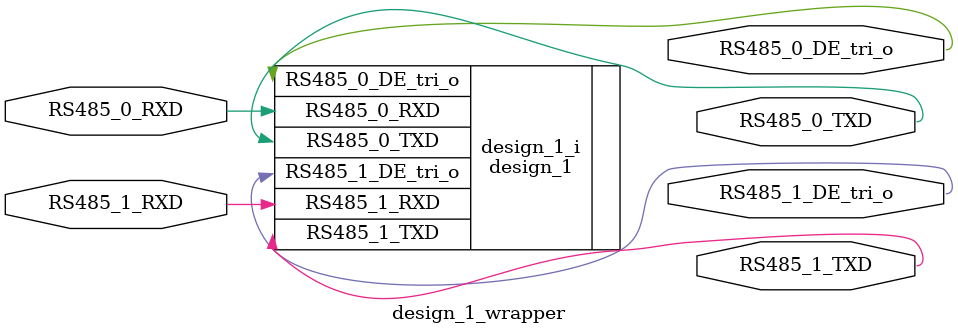
<source format=v>
`timescale 1 ps / 1 ps

module design_1_wrapper
   (RS485_0_DE_tri_o,
    RS485_0_RXD,
    RS485_0_TXD,
    RS485_1_DE_tri_o,
    RS485_1_RXD,
    RS485_1_TXD);
  output [0:0]RS485_0_DE_tri_o;
  input RS485_0_RXD;
  output RS485_0_TXD;
  output [0:0]RS485_1_DE_tri_o;
  input RS485_1_RXD;
  output RS485_1_TXD;

  wire [0:0]RS485_0_DE_tri_o;
  wire RS485_0_RXD;
  wire RS485_0_TXD;
  wire [0:0]RS485_1_DE_tri_o;
  wire RS485_1_RXD;
  wire RS485_1_TXD;

  design_1 design_1_i
       (.RS485_0_DE_tri_o(RS485_0_DE_tri_o),
        .RS485_0_RXD(RS485_0_RXD),
        .RS485_0_TXD(RS485_0_TXD),
        .RS485_1_DE_tri_o(RS485_1_DE_tri_o),
        .RS485_1_RXD(RS485_1_RXD),
        .RS485_1_TXD(RS485_1_TXD));
endmodule

</source>
